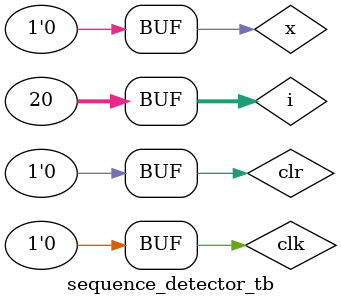
<source format=v>
module sequence_detector(y,q1,q2,x,clk,clr);
input x, clk, clr; 
output reg y; 
output reg q1=0; 
output reg q2=0;
always @(posedge clk)
if(clr==1) 
begin
q1<=1'b0;
q2<=1'b0; // didn't define y's value under reset so it shows x in simulation
 end
 else
 begin
q1<=(x&~q2&~q1)+(~x&q2&~q1)+(x&q2&q1);
q2<=(x&~q2&q1)+(q1&~q1);
y<=q2&q1&x;
end 
endmodule
`timescale 1ns/1ps 
module sequence_detector_tb; 
wire y,q1,q2; 
reg x=0; 
reg clk=0; 
reg clr=1; // clr is 1 active. when clr is 1, 91 and q2 are both O per the module's description above 
integer i; 
sequence_detector UUT(.y(y),.q1(q1),.q2(q2),.x(x),.clk(clk),.clr(clr));
initial begin
for(i=0;i<20;i=i+1) begin
clk=~clk;
if(i>5&i<10) begin
clr=0; // release the DFFS
x=1; // it'll start changing states until state 10
 end 
 else if(i==11) x=0;//to change the state to 11 eventually 
 else if(i==12) x=1; 
 else x=0; 
 #10;
end
end
endmodule


</source>
